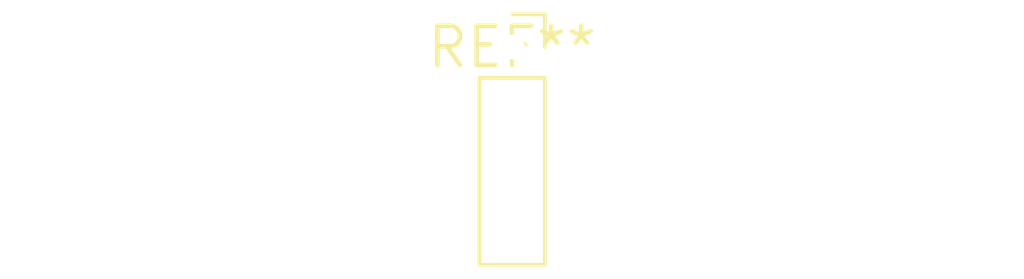
<source format=kicad_pcb>
(kicad_pcb (version 20240108) (generator pcbnew)
  (layers (0 "F.Cu" signal) (31 "B.Cu" signal) (34 "B.Paste" user) (35 "F.Paste" user) (36 "B.SilkS" user "B.Silkscreen") (37 "F.SilkS" user "F.Silkscreen") (38 "B.Mask" user) (39 "F.Mask" user) (44 "Edge.Cuts" user))
  (net 0 "")
  (footprint "PinSocket_1x04_P2.00mm_Vertical" (layer "F.Cu") (at 0 0)
    (property "Reference" "REF**")
    (property "Value" "PinSocket_1x04_P2.00mm_Vertical")
    (fp_line (start -1.06 1) (end -1.06 7.06) (layer "F.SilkS") (stroke (width 0.12)))
    (fp_line (start -1.06 1) (end 1.06 1) (layer "F.SilkS") (stroke (width 0.12)))
    (fp_line (start -1.06 7.06) (end 1.06 7.06) (layer "F.SilkS") (stroke (width 0.12)))
    (fp_line (start 0 -1.06) (end 1.06 -1.06) (layer "F.SilkS") (stroke (width 0.12)))
    (fp_line (start 1.06 -1.06) (end 1.06 0) (layer "F.SilkS") (stroke (width 0.12)))
    (fp_line (start 1.06 1) (end 1.06 7.06) (layer "F.SilkS") (stroke (width 0.12)))
    (pad "1" thru_hole rect (at 0 0) (size 1.35 1.35) (drill 0.8) (layers *.Cu *.Mask) (remove_unused_layers))
    (pad "2" thru_hole oval (at 0 2) (size 1.35 1.35) (drill 0.8) (layers *.Cu *.Mask) (remove_unused_layers))
    (pad "3" thru_hole oval (at 0 4) (size 1.35 1.35) (drill 0.8) (layers *.Cu *.Mask) (remove_unused_layers))
    (pad "4" thru_hole oval (at 0 6) (size 1.35 1.35) (drill 0.8) (layers *.Cu *.Mask) (remove_unused_layers))
  )
)
</source>
